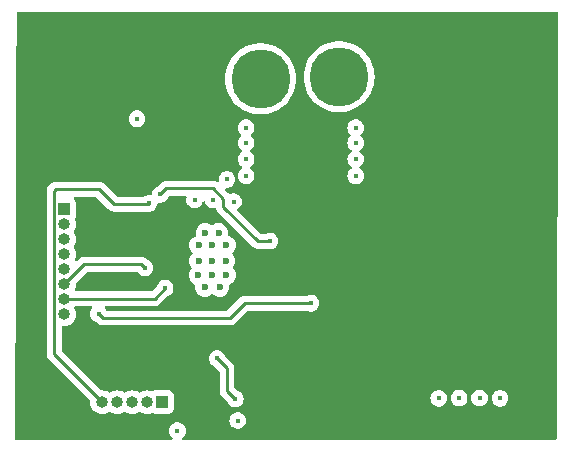
<source format=gbr>
%TF.GenerationSoftware,KiCad,Pcbnew,7.0.9-7.0.9~ubuntu22.04.1*%
%TF.CreationDate,2024-01-17T18:17:55+01:00*%
%TF.ProjectId,driver_seperate,64726976-6572-45f7-9365-706572617465,rev?*%
%TF.SameCoordinates,Original*%
%TF.FileFunction,Copper,L3,Inr*%
%TF.FilePolarity,Positive*%
%FSLAX46Y46*%
G04 Gerber Fmt 4.6, Leading zero omitted, Abs format (unit mm)*
G04 Created by KiCad (PCBNEW 7.0.9-7.0.9~ubuntu22.04.1) date 2024-01-17 18:17:55*
%MOMM*%
%LPD*%
G01*
G04 APERTURE LIST*
%TA.AperFunction,ComponentPad*%
%ADD10C,5.000000*%
%TD*%
%TA.AperFunction,ComponentPad*%
%ADD11R,1.000000X1.000000*%
%TD*%
%TA.AperFunction,ComponentPad*%
%ADD12O,1.000000X1.000000*%
%TD*%
%TA.AperFunction,ViaPad*%
%ADD13C,0.400000*%
%TD*%
%TA.AperFunction,ViaPad*%
%ADD14C,0.600000*%
%TD*%
%TA.AperFunction,Conductor*%
%ADD15C,0.250000*%
%TD*%
G04 APERTURE END LIST*
D10*
%TO.N,GND*%
%TO.C,IN-1*%
X162052000Y-84074000D03*
%TD*%
D11*
%TO.N,/U*%
%TO.C,J1*%
X138785600Y-95300800D03*
D12*
%TO.N,/V*%
X138785600Y-96570800D03*
%TO.N,/W*%
X138785600Y-97840800D03*
%TO.N,GND*%
X138785600Y-99110800D03*
%TO.N,/H2*%
X138785600Y-100380800D03*
%TO.N,/H1*%
X138785600Y-101650800D03*
%TO.N,/H3*%
X138785600Y-102920800D03*
%TO.N,/SW_BK*%
X138785600Y-104190800D03*
%TD*%
D10*
%TO.N,/VM*%
%TO.C,IN+1*%
X155397200Y-84248800D03*
%TD*%
D11*
%TO.N,/FGOUT*%
%TO.C,J2*%
X147066000Y-111633000D03*
D12*
%TO.N,/PWM*%
X145796000Y-111633000D03*
%TO.N,/BRAKE*%
X144526000Y-111633000D03*
%TO.N,/DIR*%
X143256000Y-111633000D03*
%TO.N,/nFAULT*%
X141986000Y-111633000D03*
%TD*%
D13*
%TO.N,Net-(IC1-ILIM)*%
X151714200Y-107924600D03*
X153263600Y-111353600D03*
D14*
%TO.N,GND*%
X151841200Y-97282000D03*
D13*
X144932400Y-87630000D03*
D14*
X150164800Y-99669600D03*
D13*
X163449000Y-92456000D03*
D14*
X151282400Y-100888800D03*
D13*
X175666400Y-111302800D03*
X173939200Y-111277400D03*
X148361400Y-114046000D03*
X163449000Y-89662000D03*
D14*
X150672800Y-101904800D03*
X151942800Y-101904800D03*
D13*
X163449000Y-91059000D03*
D14*
X152450800Y-99669600D03*
D13*
X163449000Y-88392000D03*
X153466800Y-113182400D03*
D14*
X150114000Y-100888800D03*
X152501600Y-100888800D03*
D13*
X170484800Y-111302800D03*
X152552400Y-92760800D03*
D14*
X150723600Y-97282000D03*
X152501600Y-98348800D03*
X151282400Y-99669600D03*
X150164800Y-98348800D03*
D13*
X172212000Y-111277400D03*
D14*
X151282400Y-98348800D03*
D13*
%TO.N,/AVDD*%
X142036800Y-92405200D03*
X155092400Y-107848400D03*
X159283400Y-109372400D03*
X147269200Y-99568000D03*
X147320000Y-97790000D03*
X141986000Y-96774000D03*
X141630400Y-99060000D03*
X147574000Y-103615500D03*
%TO.N,/SW_BK*%
X141681200Y-104140000D03*
X159664400Y-103251000D03*
%TO.N,Net-(IC1-CP)*%
X146913600Y-94030800D03*
X156184600Y-97993200D03*
%TO.N,/VM*%
X154178000Y-91059000D03*
X154178000Y-92456000D03*
X154178000Y-88392000D03*
X154178000Y-89662000D03*
%TO.N,/W*%
X149809200Y-94488000D03*
%TO.N,/V*%
X151384000Y-94488000D03*
%TO.N,/U*%
X153111200Y-94640400D03*
%TO.N,/H3*%
X147320000Y-101981000D03*
%TO.N,/H1*%
X145618200Y-100253800D03*
%TO.N,/nFAULT*%
X145948400Y-94792800D03*
%TD*%
D15*
%TO.N,Net-(IC1-ILIM)*%
X152552400Y-108762800D02*
X152552400Y-110642400D01*
X152552400Y-110642400D02*
X153263600Y-111353600D01*
X151714200Y-107924600D02*
X152552400Y-108762800D01*
%TO.N,/SW_BK*%
X141681200Y-104140000D02*
X142036800Y-104495600D01*
X152806400Y-104495600D02*
X154051000Y-103251000D01*
X142036800Y-104495600D02*
X152806400Y-104495600D01*
X154051000Y-103251000D02*
X159664400Y-103251000D01*
%TO.N,Net-(IC1-CP)*%
X155143200Y-97993200D02*
X156184600Y-97993200D01*
X146913600Y-94030800D02*
X147421600Y-93522800D01*
X152247600Y-95097600D02*
X155143200Y-97993200D01*
X147421600Y-93522800D02*
X151384000Y-93522800D01*
X151384000Y-93522800D02*
X152247600Y-94386400D01*
X152247600Y-94386400D02*
X152247600Y-95097600D01*
%TO.N,/H3*%
X138836400Y-102870000D02*
X138785600Y-102920800D01*
X146431000Y-102870000D02*
X138836400Y-102870000D01*
X147320000Y-101981000D02*
X146431000Y-102870000D01*
%TO.N,/H1*%
X145313400Y-99949000D02*
X140487400Y-99949000D01*
X140487400Y-99949000D02*
X138785600Y-101650800D01*
X145618200Y-100253800D02*
X145313400Y-99949000D01*
%TO.N,/nFAULT*%
X143002000Y-94869000D02*
X141732000Y-93599000D01*
X137922000Y-93726000D02*
X137922000Y-107569000D01*
X137922000Y-107569000D02*
X141986000Y-111633000D01*
X141732000Y-93599000D02*
X138049000Y-93599000D01*
X145872200Y-94869000D02*
X143002000Y-94869000D01*
X145948400Y-94792800D02*
X145872200Y-94869000D01*
X138049000Y-93599000D02*
X137922000Y-93726000D01*
%TD*%
%TA.AperFunction,Conductor*%
%TO.N,/AVDD*%
G36*
X180536604Y-78581885D02*
G01*
X180582359Y-78634689D01*
X180593564Y-78686634D01*
X180471310Y-113578072D01*
X180467433Y-114684434D01*
X180447514Y-114751405D01*
X180394550Y-114796974D01*
X180343434Y-114808000D01*
X148884606Y-114808000D01*
X148817567Y-114788315D01*
X148771812Y-114735511D01*
X148761868Y-114666353D01*
X148790893Y-114602797D01*
X148802373Y-114591189D01*
X148889583Y-114513929D01*
X148986218Y-114373930D01*
X149046540Y-114214872D01*
X149067045Y-114046000D01*
X149046540Y-113877128D01*
X148986218Y-113718070D01*
X148889583Y-113578071D01*
X148762252Y-113465266D01*
X148762249Y-113465263D01*
X148611626Y-113386210D01*
X148446456Y-113345500D01*
X148276344Y-113345500D01*
X148111173Y-113386210D01*
X147960550Y-113465263D01*
X147833216Y-113578072D01*
X147736582Y-113718068D01*
X147676260Y-113877125D01*
X147676259Y-113877130D01*
X147655755Y-114046000D01*
X147676259Y-114214869D01*
X147676260Y-114214874D01*
X147736582Y-114373931D01*
X147798875Y-114464177D01*
X147833217Y-114513929D01*
X147920422Y-114591185D01*
X147957548Y-114650374D01*
X147956780Y-114720239D01*
X147918363Y-114778599D01*
X147854492Y-114806924D01*
X147838194Y-114808000D01*
X134744435Y-114808000D01*
X134677396Y-114788315D01*
X134631641Y-114735511D01*
X134620436Y-114683566D01*
X134625696Y-113182400D01*
X152761155Y-113182400D01*
X152781659Y-113351269D01*
X152781660Y-113351274D01*
X152841982Y-113510331D01*
X152888741Y-113578072D01*
X152938617Y-113650329D01*
X153015079Y-113718068D01*
X153065950Y-113763136D01*
X153216573Y-113842189D01*
X153216575Y-113842190D01*
X153381744Y-113882900D01*
X153551856Y-113882900D01*
X153717025Y-113842190D01*
X153796492Y-113800481D01*
X153867649Y-113763136D01*
X153867650Y-113763134D01*
X153867652Y-113763134D01*
X153994983Y-113650329D01*
X154091618Y-113510330D01*
X154151940Y-113351272D01*
X154172445Y-113182400D01*
X154151940Y-113013528D01*
X154091618Y-112854470D01*
X153994983Y-112714471D01*
X153867652Y-112601666D01*
X153867649Y-112601663D01*
X153717026Y-112522610D01*
X153551856Y-112481900D01*
X153381744Y-112481900D01*
X153216573Y-112522610D01*
X153065950Y-112601663D01*
X152938616Y-112714472D01*
X152841982Y-112854468D01*
X152781660Y-113013525D01*
X152781659Y-113013530D01*
X152761155Y-113182400D01*
X134625696Y-113182400D01*
X134671587Y-100084930D01*
X134693937Y-93706195D01*
X137291840Y-93706195D01*
X137296225Y-93752583D01*
X137296500Y-93758421D01*
X137296500Y-107486255D01*
X137294775Y-107501872D01*
X137295061Y-107501899D01*
X137294326Y-107509665D01*
X137296500Y-107578814D01*
X137296500Y-107608343D01*
X137296501Y-107608360D01*
X137297368Y-107615231D01*
X137297826Y-107621050D01*
X137299290Y-107667624D01*
X137299291Y-107667627D01*
X137304880Y-107686867D01*
X137308824Y-107705911D01*
X137311336Y-107725791D01*
X137328490Y-107769119D01*
X137330382Y-107774647D01*
X137343381Y-107819388D01*
X137353580Y-107836634D01*
X137362138Y-107854103D01*
X137369514Y-107872732D01*
X137396898Y-107910423D01*
X137400106Y-107915307D01*
X137423827Y-107955416D01*
X137423833Y-107955424D01*
X137437990Y-107969580D01*
X137450628Y-107984376D01*
X137462405Y-108000586D01*
X137462406Y-108000587D01*
X137498309Y-108030288D01*
X137502620Y-108034210D01*
X140096068Y-110627659D01*
X140950014Y-111481605D01*
X140983499Y-111542928D01*
X140985736Y-111581437D01*
X140980659Y-111632997D01*
X140980659Y-111632999D01*
X140999975Y-111829129D01*
X140999976Y-111829132D01*
X141055870Y-112013390D01*
X141057188Y-112017733D01*
X141150086Y-112191532D01*
X141150090Y-112191539D01*
X141275116Y-112343883D01*
X141427460Y-112468909D01*
X141427467Y-112468913D01*
X141601266Y-112561811D01*
X141601269Y-112561811D01*
X141601273Y-112561814D01*
X141789868Y-112619024D01*
X141986000Y-112638341D01*
X142182132Y-112619024D01*
X142370727Y-112561814D01*
X142544538Y-112468910D01*
X142544544Y-112468904D01*
X142549607Y-112465523D01*
X142550703Y-112467164D01*
X142606639Y-112443405D01*
X142675507Y-112455194D01*
X142692148Y-112465888D01*
X142692393Y-112465523D01*
X142697458Y-112468907D01*
X142697462Y-112468910D01*
X142842501Y-112546435D01*
X142869147Y-112560678D01*
X142871273Y-112561814D01*
X143059868Y-112619024D01*
X143256000Y-112638341D01*
X143452132Y-112619024D01*
X143640727Y-112561814D01*
X143814538Y-112468910D01*
X143814544Y-112468904D01*
X143819607Y-112465523D01*
X143820703Y-112467164D01*
X143876639Y-112443405D01*
X143945507Y-112455194D01*
X143962148Y-112465888D01*
X143962393Y-112465523D01*
X143967458Y-112468907D01*
X143967462Y-112468910D01*
X144112501Y-112546435D01*
X144139147Y-112560678D01*
X144141273Y-112561814D01*
X144329868Y-112619024D01*
X144526000Y-112638341D01*
X144722132Y-112619024D01*
X144910727Y-112561814D01*
X145084538Y-112468910D01*
X145084544Y-112468904D01*
X145089607Y-112465523D01*
X145090703Y-112467164D01*
X145146639Y-112443405D01*
X145215507Y-112455194D01*
X145232148Y-112465888D01*
X145232393Y-112465523D01*
X145237458Y-112468907D01*
X145237462Y-112468910D01*
X145382501Y-112546435D01*
X145409147Y-112560678D01*
X145411273Y-112561814D01*
X145599868Y-112619024D01*
X145796000Y-112638341D01*
X145992132Y-112619024D01*
X146180727Y-112561814D01*
X146182853Y-112560677D01*
X146184095Y-112560418D01*
X146186355Y-112559483D01*
X146186532Y-112559911D01*
X146251254Y-112546435D01*
X146315615Y-112570767D01*
X146323669Y-112576796D01*
X146323672Y-112576797D01*
X146458517Y-112627091D01*
X146458516Y-112627091D01*
X146465444Y-112627835D01*
X146518127Y-112633500D01*
X147613872Y-112633499D01*
X147673483Y-112627091D01*
X147808331Y-112576796D01*
X147923546Y-112490546D01*
X148009796Y-112375331D01*
X148060091Y-112240483D01*
X148066500Y-112180873D01*
X148066499Y-111085128D01*
X148061299Y-111036757D01*
X148060091Y-111025516D01*
X148009797Y-110890671D01*
X148009793Y-110890664D01*
X147923547Y-110775455D01*
X147923544Y-110775452D01*
X147808335Y-110689206D01*
X147808328Y-110689202D01*
X147673482Y-110638908D01*
X147673483Y-110638908D01*
X147613883Y-110632501D01*
X147613881Y-110632500D01*
X147613873Y-110632500D01*
X147613864Y-110632500D01*
X146518129Y-110632500D01*
X146518123Y-110632501D01*
X146458516Y-110638908D01*
X146323671Y-110689202D01*
X146323666Y-110689205D01*
X146315614Y-110695233D01*
X146250149Y-110719648D01*
X146186530Y-110706104D01*
X146186359Y-110706518D01*
X146184123Y-110705592D01*
X146182850Y-110705321D01*
X146180729Y-110704187D01*
X146180728Y-110704186D01*
X146180727Y-110704186D01*
X145992132Y-110646976D01*
X145992129Y-110646975D01*
X145796000Y-110627659D01*
X145599870Y-110646975D01*
X145411266Y-110704188D01*
X145237467Y-110797086D01*
X145232399Y-110800473D01*
X145231305Y-110798836D01*
X145175337Y-110822596D01*
X145106471Y-110810795D01*
X145089843Y-110800109D01*
X145089601Y-110800473D01*
X145084532Y-110797086D01*
X144910733Y-110704188D01*
X144910727Y-110704186D01*
X144784997Y-110666046D01*
X144722129Y-110646975D01*
X144526000Y-110627659D01*
X144329870Y-110646975D01*
X144141266Y-110704188D01*
X143967467Y-110797086D01*
X143962399Y-110800473D01*
X143961305Y-110798836D01*
X143905337Y-110822596D01*
X143836471Y-110810795D01*
X143819843Y-110800109D01*
X143819601Y-110800473D01*
X143814532Y-110797086D01*
X143640733Y-110704188D01*
X143640727Y-110704186D01*
X143514997Y-110666046D01*
X143452129Y-110646975D01*
X143256000Y-110627659D01*
X143059870Y-110646975D01*
X142871266Y-110704188D01*
X142697467Y-110797086D01*
X142692399Y-110800473D01*
X142691305Y-110798836D01*
X142635337Y-110822596D01*
X142566471Y-110810795D01*
X142549843Y-110800109D01*
X142549601Y-110800473D01*
X142544532Y-110797086D01*
X142370733Y-110704188D01*
X142370727Y-110704186D01*
X142244997Y-110666046D01*
X142182129Y-110646975D01*
X141986000Y-110627659D01*
X141934439Y-110632737D01*
X141865793Y-110619718D01*
X141834605Y-110597015D01*
X139162191Y-107924600D01*
X151008555Y-107924600D01*
X151029059Y-108093469D01*
X151029060Y-108093474D01*
X151089382Y-108252531D01*
X151123190Y-108301509D01*
X151186017Y-108392529D01*
X151313348Y-108505334D01*
X151463975Y-108584390D01*
X151464145Y-108584432D01*
X151464268Y-108584501D01*
X151470991Y-108587051D01*
X151470603Y-108588073D01*
X151522159Y-108617149D01*
X151890581Y-108985571D01*
X151924066Y-109046894D01*
X151926900Y-109073252D01*
X151926900Y-110559655D01*
X151925175Y-110575272D01*
X151925461Y-110575299D01*
X151924726Y-110583065D01*
X151926900Y-110652214D01*
X151926900Y-110681743D01*
X151926901Y-110681760D01*
X151927768Y-110688631D01*
X151928226Y-110694450D01*
X151929690Y-110741024D01*
X151929691Y-110741027D01*
X151935280Y-110760267D01*
X151939224Y-110779311D01*
X151941736Y-110799192D01*
X151945806Y-110809471D01*
X151958890Y-110842519D01*
X151960782Y-110848047D01*
X151973781Y-110892788D01*
X151983980Y-110910034D01*
X151992538Y-110927503D01*
X151999914Y-110946132D01*
X152027298Y-110983823D01*
X152030506Y-110988707D01*
X152054227Y-111028816D01*
X152054233Y-111028824D01*
X152068390Y-111042980D01*
X152081028Y-111057776D01*
X152092805Y-111073986D01*
X152092806Y-111073987D01*
X152128709Y-111103688D01*
X152133020Y-111107610D01*
X152379010Y-111353600D01*
X152578318Y-111552908D01*
X152606579Y-111596618D01*
X152638782Y-111681530D01*
X152638782Y-111681531D01*
X152700351Y-111770727D01*
X152735417Y-111821529D01*
X152805409Y-111883536D01*
X152862750Y-111934336D01*
X152994150Y-112003300D01*
X153013375Y-112013390D01*
X153178544Y-112054100D01*
X153348656Y-112054100D01*
X153513825Y-112013390D01*
X153610617Y-111962589D01*
X153664449Y-111934336D01*
X153664450Y-111934334D01*
X153664452Y-111934334D01*
X153791783Y-111821529D01*
X153888418Y-111681530D01*
X153948740Y-111522472D01*
X153969245Y-111353600D01*
X153963077Y-111302800D01*
X169779155Y-111302800D01*
X169799659Y-111471669D01*
X169799660Y-111471674D01*
X169859982Y-111630731D01*
X169922275Y-111720977D01*
X169956617Y-111770729D01*
X170062305Y-111864360D01*
X170083950Y-111883536D01*
X170234573Y-111962589D01*
X170234575Y-111962590D01*
X170399744Y-112003300D01*
X170569856Y-112003300D01*
X170735025Y-111962590D01*
X170814492Y-111920881D01*
X170885649Y-111883536D01*
X170885650Y-111883534D01*
X170885652Y-111883534D01*
X171012983Y-111770729D01*
X171109618Y-111630730D01*
X171169940Y-111471672D01*
X171190445Y-111302800D01*
X171187361Y-111277400D01*
X171506355Y-111277400D01*
X171526859Y-111446269D01*
X171526860Y-111446274D01*
X171587182Y-111605331D01*
X171606281Y-111633000D01*
X171683817Y-111745329D01*
X171789505Y-111838960D01*
X171811150Y-111858136D01*
X171956333Y-111934334D01*
X171961775Y-111937190D01*
X172126944Y-111977900D01*
X172297056Y-111977900D01*
X172462225Y-111937190D01*
X172564457Y-111883534D01*
X172612849Y-111858136D01*
X172612850Y-111858134D01*
X172612852Y-111858134D01*
X172740183Y-111745329D01*
X172836818Y-111605330D01*
X172897140Y-111446272D01*
X172917645Y-111277400D01*
X173233555Y-111277400D01*
X173254059Y-111446269D01*
X173254060Y-111446274D01*
X173314382Y-111605331D01*
X173333481Y-111633000D01*
X173411017Y-111745329D01*
X173516705Y-111838960D01*
X173538350Y-111858136D01*
X173683533Y-111934334D01*
X173688975Y-111937190D01*
X173854144Y-111977900D01*
X174024256Y-111977900D01*
X174189425Y-111937190D01*
X174291657Y-111883534D01*
X174340049Y-111858136D01*
X174340050Y-111858134D01*
X174340052Y-111858134D01*
X174467383Y-111745329D01*
X174564018Y-111605330D01*
X174624340Y-111446272D01*
X174641761Y-111302800D01*
X174960755Y-111302800D01*
X174981259Y-111471669D01*
X174981260Y-111471674D01*
X175041582Y-111630731D01*
X175103875Y-111720977D01*
X175138217Y-111770729D01*
X175243905Y-111864360D01*
X175265550Y-111883536D01*
X175416173Y-111962589D01*
X175416175Y-111962590D01*
X175581344Y-112003300D01*
X175751456Y-112003300D01*
X175916625Y-111962590D01*
X175996092Y-111920881D01*
X176067249Y-111883536D01*
X176067250Y-111883534D01*
X176067252Y-111883534D01*
X176194583Y-111770729D01*
X176291218Y-111630730D01*
X176351540Y-111471672D01*
X176372045Y-111302800D01*
X176351540Y-111133928D01*
X176291218Y-110974870D01*
X176271381Y-110946132D01*
X176233094Y-110890664D01*
X176194583Y-110834871D01*
X176067252Y-110722066D01*
X176067249Y-110722063D01*
X175916626Y-110643010D01*
X175751456Y-110602300D01*
X175581344Y-110602300D01*
X175416173Y-110643010D01*
X175265550Y-110722063D01*
X175138216Y-110834872D01*
X175041582Y-110974868D01*
X174981260Y-111133925D01*
X174981259Y-111133930D01*
X174960755Y-111302800D01*
X174641761Y-111302800D01*
X174644845Y-111277400D01*
X174624340Y-111108528D01*
X174622504Y-111103688D01*
X174564017Y-110949468D01*
X174494010Y-110848047D01*
X174467383Y-110809471D01*
X174351173Y-110706518D01*
X174340049Y-110696663D01*
X174189426Y-110617610D01*
X174024256Y-110576900D01*
X173854144Y-110576900D01*
X173688973Y-110617610D01*
X173538350Y-110696663D01*
X173411016Y-110809472D01*
X173314382Y-110949468D01*
X173254060Y-111108525D01*
X173254059Y-111108530D01*
X173233555Y-111277400D01*
X172917645Y-111277400D01*
X172897140Y-111108528D01*
X172895304Y-111103688D01*
X172836817Y-110949468D01*
X172766810Y-110848047D01*
X172740183Y-110809471D01*
X172623973Y-110706518D01*
X172612849Y-110696663D01*
X172462226Y-110617610D01*
X172297056Y-110576900D01*
X172126944Y-110576900D01*
X171961773Y-110617610D01*
X171811150Y-110696663D01*
X171683816Y-110809472D01*
X171587182Y-110949468D01*
X171526860Y-111108525D01*
X171526859Y-111108530D01*
X171506355Y-111277400D01*
X171187361Y-111277400D01*
X171169940Y-111133928D01*
X171109618Y-110974870D01*
X171089781Y-110946132D01*
X171051494Y-110890664D01*
X171012983Y-110834871D01*
X170885652Y-110722066D01*
X170885649Y-110722063D01*
X170735026Y-110643010D01*
X170569856Y-110602300D01*
X170399744Y-110602300D01*
X170234573Y-110643010D01*
X170083950Y-110722063D01*
X169956616Y-110834872D01*
X169859982Y-110974868D01*
X169799660Y-111133925D01*
X169799659Y-111133930D01*
X169779155Y-111302800D01*
X153963077Y-111302800D01*
X153948740Y-111184728D01*
X153888418Y-111025670D01*
X153888312Y-111025517D01*
X153853352Y-110974868D01*
X153791783Y-110885671D01*
X153671735Y-110779318D01*
X153664449Y-110772863D01*
X153513828Y-110693811D01*
X153513824Y-110693809D01*
X153513635Y-110693763D01*
X153513499Y-110693686D01*
X153506816Y-110691152D01*
X153507201Y-110690134D01*
X153455641Y-110661050D01*
X153214219Y-110419628D01*
X153180734Y-110358305D01*
X153177900Y-110331947D01*
X153177900Y-108845542D01*
X153179624Y-108829922D01*
X153179339Y-108829896D01*
X153180071Y-108822140D01*
X153180073Y-108822133D01*
X153177900Y-108752985D01*
X153177900Y-108723450D01*
X153177031Y-108716572D01*
X153176572Y-108710743D01*
X153175109Y-108664172D01*
X153169522Y-108644944D01*
X153165574Y-108625884D01*
X153163063Y-108606004D01*
X153145912Y-108562687D01*
X153144019Y-108557158D01*
X153131018Y-108512409D01*
X153131016Y-108512406D01*
X153120823Y-108495171D01*
X153112261Y-108477694D01*
X153104887Y-108459070D01*
X153104886Y-108459068D01*
X153077479Y-108421345D01*
X153074288Y-108416486D01*
X153050572Y-108376383D01*
X153050565Y-108376374D01*
X153036406Y-108362215D01*
X153023768Y-108347419D01*
X153011994Y-108331213D01*
X152976088Y-108301509D01*
X152971776Y-108297586D01*
X152399480Y-107725289D01*
X152371219Y-107681579D01*
X152347156Y-107618130D01*
X152339018Y-107596670D01*
X152242383Y-107456671D01*
X152147516Y-107372626D01*
X152115049Y-107343863D01*
X151964426Y-107264810D01*
X151799256Y-107224100D01*
X151629144Y-107224100D01*
X151463973Y-107264810D01*
X151313350Y-107343863D01*
X151186016Y-107456672D01*
X151089382Y-107596668D01*
X151029060Y-107755725D01*
X151029059Y-107755730D01*
X151008555Y-107924600D01*
X139162191Y-107924600D01*
X138583819Y-107346228D01*
X138550334Y-107284905D01*
X138547500Y-107258547D01*
X138547500Y-105309503D01*
X138567185Y-105242464D01*
X138619989Y-105196709D01*
X138683652Y-105186100D01*
X138785600Y-105196141D01*
X138981732Y-105176824D01*
X139170327Y-105119614D01*
X139172769Y-105118309D01*
X139283080Y-105059346D01*
X139344138Y-105026710D01*
X139496483Y-104901683D01*
X139621510Y-104749338D01*
X139714414Y-104575527D01*
X139771624Y-104386932D01*
X139790941Y-104190800D01*
X139771624Y-103994668D01*
X139714414Y-103806073D01*
X139645931Y-103677951D01*
X139631690Y-103609551D01*
X139656690Y-103544307D01*
X139712994Y-103502936D01*
X139755290Y-103495500D01*
X141038633Y-103495500D01*
X141105672Y-103515185D01*
X141151427Y-103567989D01*
X141161371Y-103637147D01*
X141140683Y-103689940D01*
X141056382Y-103812068D01*
X140996060Y-103971125D01*
X140996059Y-103971130D01*
X140975555Y-104140000D01*
X140996059Y-104308869D01*
X140996060Y-104308874D01*
X141056382Y-104467931D01*
X141118675Y-104558177D01*
X141153017Y-104607929D01*
X141280348Y-104720734D01*
X141430975Y-104799790D01*
X141431146Y-104799832D01*
X141431269Y-104799901D01*
X141437993Y-104802452D01*
X141437605Y-104803474D01*
X141489156Y-104832548D01*
X141535995Y-104879386D01*
X141545820Y-104891649D01*
X141546042Y-104891467D01*
X141551015Y-104897479D01*
X141601435Y-104944825D01*
X141622330Y-104965721D01*
X141627807Y-104969970D01*
X141632248Y-104973763D01*
X141666211Y-105005656D01*
X141666213Y-105005657D01*
X141666218Y-105005662D01*
X141683776Y-105015314D01*
X141700035Y-105025995D01*
X141715864Y-105038273D01*
X141758638Y-105056782D01*
X141763856Y-105059338D01*
X141804708Y-105081797D01*
X141824116Y-105086780D01*
X141842517Y-105093080D01*
X141860904Y-105101037D01*
X141904288Y-105107908D01*
X141906919Y-105108325D01*
X141912639Y-105109509D01*
X141957781Y-105121100D01*
X141977816Y-105121100D01*
X141997214Y-105122626D01*
X142016994Y-105125759D01*
X142016995Y-105125760D01*
X142016995Y-105125759D01*
X142016996Y-105125760D01*
X142063384Y-105121375D01*
X142069222Y-105121100D01*
X152723657Y-105121100D01*
X152739277Y-105122824D01*
X152739304Y-105122539D01*
X152747060Y-105123271D01*
X152747067Y-105123273D01*
X152816214Y-105121100D01*
X152845750Y-105121100D01*
X152852628Y-105120230D01*
X152858441Y-105119772D01*
X152905027Y-105118309D01*
X152924269Y-105112717D01*
X152943312Y-105108774D01*
X152963192Y-105106264D01*
X153006522Y-105089107D01*
X153012046Y-105087217D01*
X153015796Y-105086127D01*
X153056790Y-105074218D01*
X153074029Y-105064022D01*
X153091503Y-105055462D01*
X153110127Y-105048088D01*
X153110127Y-105048087D01*
X153110132Y-105048086D01*
X153147849Y-105020682D01*
X153152705Y-105017492D01*
X153192820Y-104993770D01*
X153206989Y-104979599D01*
X153221779Y-104966968D01*
X153237987Y-104955194D01*
X153267699Y-104919276D01*
X153271612Y-104914976D01*
X154273772Y-103912819D01*
X154335095Y-103879334D01*
X154361453Y-103876500D01*
X159318279Y-103876500D01*
X159375904Y-103890703D01*
X159414175Y-103910790D01*
X159579344Y-103951500D01*
X159749456Y-103951500D01*
X159914625Y-103910790D01*
X160029659Y-103850415D01*
X160065249Y-103831736D01*
X160065250Y-103831734D01*
X160065252Y-103831734D01*
X160192583Y-103718929D01*
X160289218Y-103578930D01*
X160349540Y-103419872D01*
X160370045Y-103251000D01*
X160349540Y-103082128D01*
X160289218Y-102923070D01*
X160192583Y-102783071D01*
X160068958Y-102673549D01*
X160065249Y-102670263D01*
X159914626Y-102591210D01*
X159749456Y-102550500D01*
X159579344Y-102550500D01*
X159414175Y-102591209D01*
X159389162Y-102604337D01*
X159375904Y-102611296D01*
X159318279Y-102625500D01*
X154133737Y-102625500D01*
X154118120Y-102623776D01*
X154118093Y-102624062D01*
X154110331Y-102623327D01*
X154041203Y-102625500D01*
X154011650Y-102625500D01*
X154010929Y-102625590D01*
X154004757Y-102626369D01*
X153998945Y-102626826D01*
X153952373Y-102628290D01*
X153952372Y-102628290D01*
X153933129Y-102633881D01*
X153914079Y-102637825D01*
X153894211Y-102640334D01*
X153894209Y-102640335D01*
X153850884Y-102657488D01*
X153845357Y-102659380D01*
X153800610Y-102672381D01*
X153800609Y-102672382D01*
X153783367Y-102682579D01*
X153765899Y-102691137D01*
X153747269Y-102698513D01*
X153747267Y-102698514D01*
X153709576Y-102725898D01*
X153704694Y-102729105D01*
X153664579Y-102752830D01*
X153650408Y-102767000D01*
X153635623Y-102779628D01*
X153619412Y-102791407D01*
X153589709Y-102827310D01*
X153585776Y-102831631D01*
X153070304Y-103347105D01*
X152583628Y-103833781D01*
X152522305Y-103867266D01*
X152495947Y-103870100D01*
X142411153Y-103870100D01*
X142344114Y-103850415D01*
X142309103Y-103816540D01*
X142306016Y-103812068D01*
X142221716Y-103689939D01*
X142199834Y-103623586D01*
X142217299Y-103555934D01*
X142268567Y-103508464D01*
X142323767Y-103495500D01*
X146348257Y-103495500D01*
X146363877Y-103497224D01*
X146363904Y-103496939D01*
X146371660Y-103497671D01*
X146371667Y-103497673D01*
X146440814Y-103495500D01*
X146470350Y-103495500D01*
X146477228Y-103494630D01*
X146483041Y-103494172D01*
X146529627Y-103492709D01*
X146548869Y-103487117D01*
X146567912Y-103483174D01*
X146587792Y-103480664D01*
X146631122Y-103463507D01*
X146636646Y-103461617D01*
X146640396Y-103460527D01*
X146681390Y-103448618D01*
X146698629Y-103438422D01*
X146716103Y-103429862D01*
X146734727Y-103422488D01*
X146734727Y-103422487D01*
X146734732Y-103422486D01*
X146772449Y-103395082D01*
X146777305Y-103391892D01*
X146817420Y-103368170D01*
X146831589Y-103353999D01*
X146846379Y-103341368D01*
X146862587Y-103329594D01*
X146892299Y-103293676D01*
X146896212Y-103289376D01*
X147512042Y-102673547D01*
X147563597Y-102644474D01*
X147563209Y-102643451D01*
X147569940Y-102640897D01*
X147570059Y-102640830D01*
X147570225Y-102640790D01*
X147720852Y-102561734D01*
X147848183Y-102448929D01*
X147944818Y-102308930D01*
X148005140Y-102149872D01*
X148025645Y-101981000D01*
X148005140Y-101812128D01*
X147944818Y-101653070D01*
X147848183Y-101513071D01*
X147720852Y-101400266D01*
X147720849Y-101400263D01*
X147570226Y-101321210D01*
X147405056Y-101280500D01*
X147234944Y-101280500D01*
X147069773Y-101321210D01*
X146919150Y-101400263D01*
X146791816Y-101513072D01*
X146695183Y-101653067D01*
X146662979Y-101737981D01*
X146634718Y-101781690D01*
X146208228Y-102208181D01*
X146146905Y-102241666D01*
X146120547Y-102244500D01*
X139809597Y-102244500D01*
X139742558Y-102224815D01*
X139696803Y-102172011D01*
X139686859Y-102102853D01*
X139700239Y-102062046D01*
X139714412Y-102035530D01*
X139714414Y-102035527D01*
X139771624Y-101846932D01*
X139790941Y-101650800D01*
X139785862Y-101599237D01*
X139798880Y-101530594D01*
X139821581Y-101499407D01*
X140710171Y-100610819D01*
X140771494Y-100577334D01*
X140797852Y-100574500D01*
X144923311Y-100574500D01*
X144990350Y-100594185D01*
X145025360Y-100628058D01*
X145090017Y-100721729D01*
X145191272Y-100811433D01*
X145217350Y-100834536D01*
X145367973Y-100913589D01*
X145367975Y-100913590D01*
X145533144Y-100954300D01*
X145703256Y-100954300D01*
X145868425Y-100913590D01*
X145915651Y-100888803D01*
X149308435Y-100888803D01*
X149328630Y-101068049D01*
X149328631Y-101068054D01*
X149388211Y-101238323D01*
X149414713Y-101280500D01*
X149484184Y-101391062D01*
X149611738Y-101518616D01*
X149630801Y-101530594D01*
X149764477Y-101614589D01*
X149801456Y-101627528D01*
X149858233Y-101668249D01*
X149883981Y-101733202D01*
X149883723Y-101758453D01*
X149867235Y-101904795D01*
X149867235Y-101904803D01*
X149887430Y-102084049D01*
X149887431Y-102084054D01*
X149947011Y-102254323D01*
X149981324Y-102308931D01*
X150042984Y-102407062D01*
X150170538Y-102534616D01*
X150213696Y-102561734D01*
X150319620Y-102628291D01*
X150323278Y-102630589D01*
X150442713Y-102672381D01*
X150493545Y-102690168D01*
X150493550Y-102690169D01*
X150672796Y-102710365D01*
X150672800Y-102710365D01*
X150672804Y-102710365D01*
X150852049Y-102690169D01*
X150852052Y-102690168D01*
X150852055Y-102690168D01*
X151022322Y-102630589D01*
X151175062Y-102534616D01*
X151220119Y-102489559D01*
X151281442Y-102456074D01*
X151351134Y-102461058D01*
X151395481Y-102489559D01*
X151440538Y-102534616D01*
X151483696Y-102561734D01*
X151589620Y-102628291D01*
X151593278Y-102630589D01*
X151712713Y-102672381D01*
X151763545Y-102690168D01*
X151763550Y-102690169D01*
X151942796Y-102710365D01*
X151942800Y-102710365D01*
X151942804Y-102710365D01*
X152122049Y-102690169D01*
X152122052Y-102690168D01*
X152122055Y-102690168D01*
X152292322Y-102630589D01*
X152445062Y-102534616D01*
X152572616Y-102407062D01*
X152668589Y-102254322D01*
X152728168Y-102084055D01*
X152730648Y-102062046D01*
X152748365Y-101904803D01*
X152748365Y-101904797D01*
X152731876Y-101758454D01*
X152743930Y-101689632D01*
X152791279Y-101638252D01*
X152814140Y-101627529D01*
X152851122Y-101614589D01*
X153003862Y-101518616D01*
X153131416Y-101391062D01*
X153227389Y-101238322D01*
X153286968Y-101068055D01*
X153307165Y-100888800D01*
X153286968Y-100709545D01*
X153227389Y-100539278D01*
X153131416Y-100386538D01*
X153086267Y-100341389D01*
X153052782Y-100280066D01*
X153057766Y-100210374D01*
X153077000Y-100176396D01*
X153080607Y-100171870D01*
X153080616Y-100171862D01*
X153176589Y-100019122D01*
X153236168Y-99848855D01*
X153236169Y-99848849D01*
X153256365Y-99669603D01*
X153256365Y-99669596D01*
X153236169Y-99490350D01*
X153236168Y-99490345D01*
X153213520Y-99425622D01*
X153176589Y-99320078D01*
X153080616Y-99167338D01*
X153035559Y-99122281D01*
X153002074Y-99060958D01*
X153007058Y-98991266D01*
X153035559Y-98946919D01*
X153067810Y-98914668D01*
X153131416Y-98851062D01*
X153227389Y-98698322D01*
X153286968Y-98528055D01*
X153286969Y-98528049D01*
X153307165Y-98348803D01*
X153307165Y-98348796D01*
X153286969Y-98169550D01*
X153286968Y-98169545D01*
X153284352Y-98162069D01*
X153227389Y-97999278D01*
X153131416Y-97846538D01*
X153003862Y-97718984D01*
X152918374Y-97665268D01*
X152851121Y-97623010D01*
X152780940Y-97598453D01*
X152710887Y-97573940D01*
X152654113Y-97533220D01*
X152628365Y-97468268D01*
X152628623Y-97443016D01*
X152646765Y-97282002D01*
X152646765Y-97281996D01*
X152626569Y-97102750D01*
X152626568Y-97102745D01*
X152566988Y-96932476D01*
X152471015Y-96779737D01*
X152343462Y-96652184D01*
X152190723Y-96556211D01*
X152020454Y-96496631D01*
X152020449Y-96496630D01*
X151841204Y-96476435D01*
X151841196Y-96476435D01*
X151661950Y-96496630D01*
X151661945Y-96496631D01*
X151491676Y-96556211D01*
X151348372Y-96646256D01*
X151281135Y-96665256D01*
X151216428Y-96646256D01*
X151073123Y-96556211D01*
X150902854Y-96496631D01*
X150902849Y-96496630D01*
X150723604Y-96476435D01*
X150723596Y-96476435D01*
X150544350Y-96496630D01*
X150544345Y-96496631D01*
X150374076Y-96556211D01*
X150221337Y-96652184D01*
X150093784Y-96779737D01*
X149997811Y-96932476D01*
X149938231Y-97102745D01*
X149938230Y-97102750D01*
X149918035Y-97281996D01*
X149918035Y-97282003D01*
X149938232Y-97461262D01*
X149938671Y-97463186D01*
X149938592Y-97464462D01*
X149939011Y-97468175D01*
X149938360Y-97468248D01*
X149934390Y-97532924D01*
X149893084Y-97589277D01*
X149858733Y-97607805D01*
X149815276Y-97623011D01*
X149815275Y-97623012D01*
X149662537Y-97718984D01*
X149534984Y-97846537D01*
X149439011Y-97999276D01*
X149379431Y-98169545D01*
X149379430Y-98169550D01*
X149359235Y-98348796D01*
X149359235Y-98348803D01*
X149379430Y-98528049D01*
X149379431Y-98528054D01*
X149439011Y-98698323D01*
X149534984Y-98851062D01*
X149605441Y-98921519D01*
X149638926Y-98982842D01*
X149633942Y-99052534D01*
X149605441Y-99096881D01*
X149534984Y-99167337D01*
X149439011Y-99320076D01*
X149379431Y-99490345D01*
X149379430Y-99490350D01*
X149359235Y-99669596D01*
X149359235Y-99669603D01*
X149379430Y-99848849D01*
X149379431Y-99848854D01*
X149439011Y-100019123D01*
X149480361Y-100084930D01*
X149534983Y-100171861D01*
X149534985Y-100171863D01*
X149538596Y-100176391D01*
X149565007Y-100241076D01*
X149552254Y-100309772D01*
X149529334Y-100341387D01*
X149484184Y-100386537D01*
X149388211Y-100539276D01*
X149328631Y-100709545D01*
X149328630Y-100709550D01*
X149308435Y-100888796D01*
X149308435Y-100888803D01*
X145915651Y-100888803D01*
X145947892Y-100871881D01*
X146019049Y-100834536D01*
X146019050Y-100834534D01*
X146019052Y-100834534D01*
X146146383Y-100721729D01*
X146243018Y-100581730D01*
X146303340Y-100422672D01*
X146323845Y-100253800D01*
X146303340Y-100084928D01*
X146243018Y-99925870D01*
X146220099Y-99892667D01*
X146171502Y-99822262D01*
X146146383Y-99785871D01*
X146019052Y-99673066D01*
X146019049Y-99673063D01*
X145868428Y-99594011D01*
X145861416Y-99591352D01*
X145862014Y-99589773D01*
X145809547Y-99559215D01*
X145804070Y-99553026D01*
X145799187Y-99547124D01*
X145780559Y-99529631D01*
X145748764Y-99499773D01*
X145738319Y-99489328D01*
X145727875Y-99478883D01*
X145722386Y-99474625D01*
X145717961Y-99470847D01*
X145683982Y-99438938D01*
X145683980Y-99438936D01*
X145683977Y-99438935D01*
X145666429Y-99429288D01*
X145650163Y-99418604D01*
X145634333Y-99406325D01*
X145591568Y-99387818D01*
X145586322Y-99385248D01*
X145545493Y-99362803D01*
X145545492Y-99362802D01*
X145526093Y-99357822D01*
X145507681Y-99351518D01*
X145489298Y-99343562D01*
X145489292Y-99343560D01*
X145443274Y-99336272D01*
X145437552Y-99335087D01*
X145392421Y-99323500D01*
X145392419Y-99323500D01*
X145372384Y-99323500D01*
X145352986Y-99321973D01*
X145341008Y-99320076D01*
X145333205Y-99318840D01*
X145333204Y-99318840D01*
X145286816Y-99323225D01*
X145280978Y-99323500D01*
X140570143Y-99323500D01*
X140554522Y-99321775D01*
X140554495Y-99322061D01*
X140546733Y-99321326D01*
X140477572Y-99323500D01*
X140448049Y-99323500D01*
X140441178Y-99324367D01*
X140435359Y-99324825D01*
X140388774Y-99326289D01*
X140388768Y-99326290D01*
X140369526Y-99331880D01*
X140350487Y-99335823D01*
X140330617Y-99338334D01*
X140330603Y-99338337D01*
X140287283Y-99355488D01*
X140281758Y-99357380D01*
X140237013Y-99370380D01*
X140237010Y-99370381D01*
X140219766Y-99380579D01*
X140202305Y-99389133D01*
X140183674Y-99396510D01*
X140183662Y-99396517D01*
X140145970Y-99423902D01*
X140141087Y-99427109D01*
X140100980Y-99450829D01*
X140086814Y-99464995D01*
X140072024Y-99477627D01*
X140055814Y-99489404D01*
X140055811Y-99489407D01*
X140026110Y-99525309D01*
X140022177Y-99529631D01*
X139912952Y-99638856D01*
X139851629Y-99672341D01*
X139781937Y-99667357D01*
X139726004Y-99625485D01*
X139701587Y-99560021D01*
X139713959Y-99501936D01*
X139712082Y-99501159D01*
X139714409Y-99495539D01*
X139714410Y-99495532D01*
X139714414Y-99495527D01*
X139771624Y-99306932D01*
X139790941Y-99110800D01*
X139771624Y-98914668D01*
X139714414Y-98726073D01*
X139621510Y-98552262D01*
X139621507Y-98552258D01*
X139618123Y-98547193D01*
X139619764Y-98546096D01*
X139596005Y-98490161D01*
X139607794Y-98421293D01*
X139618488Y-98404651D01*
X139618123Y-98404407D01*
X139621504Y-98399344D01*
X139621510Y-98399338D01*
X139714414Y-98225527D01*
X139771624Y-98036932D01*
X139790941Y-97840800D01*
X139771624Y-97644668D01*
X139714414Y-97456073D01*
X139621510Y-97282262D01*
X139621507Y-97282258D01*
X139618123Y-97277193D01*
X139619764Y-97276096D01*
X139596005Y-97220161D01*
X139607794Y-97151293D01*
X139618488Y-97134651D01*
X139618123Y-97134407D01*
X139621504Y-97129344D01*
X139621510Y-97129338D01*
X139714414Y-96955527D01*
X139771624Y-96766932D01*
X139790941Y-96570800D01*
X139771624Y-96374668D01*
X139714414Y-96186073D01*
X139713277Y-96183946D01*
X139713018Y-96182704D01*
X139712083Y-96180445D01*
X139712511Y-96180267D01*
X139699035Y-96115546D01*
X139723371Y-96051179D01*
X139729396Y-96043131D01*
X139779691Y-95908283D01*
X139786100Y-95848673D01*
X139786099Y-94752928D01*
X139779691Y-94693317D01*
X139779553Y-94692948D01*
X139729397Y-94558471D01*
X139729393Y-94558464D01*
X139643147Y-94443255D01*
X139636875Y-94436983D01*
X139639289Y-94434568D01*
X139607297Y-94391816D01*
X139602323Y-94322123D01*
X139635817Y-94260805D01*
X139697146Y-94227330D01*
X139723485Y-94224500D01*
X141421548Y-94224500D01*
X141488587Y-94244185D01*
X141509228Y-94260818D01*
X142014505Y-94766096D01*
X142501197Y-95252788D01*
X142511022Y-95265051D01*
X142511243Y-95264869D01*
X142516214Y-95270878D01*
X142542217Y-95295295D01*
X142566635Y-95318226D01*
X142587529Y-95339120D01*
X142593011Y-95343373D01*
X142597443Y-95347157D01*
X142631418Y-95379062D01*
X142648976Y-95388714D01*
X142665235Y-95399395D01*
X142681064Y-95411673D01*
X142723838Y-95430182D01*
X142729056Y-95432738D01*
X142769908Y-95455197D01*
X142789316Y-95460180D01*
X142807717Y-95466480D01*
X142826104Y-95474437D01*
X142869488Y-95481308D01*
X142872119Y-95481725D01*
X142877839Y-95482909D01*
X142922981Y-95494500D01*
X142943016Y-95494500D01*
X142962414Y-95496026D01*
X142982194Y-95499159D01*
X142982195Y-95499160D01*
X142982195Y-95499159D01*
X142982196Y-95499160D01*
X143028584Y-95494775D01*
X143034422Y-95494500D01*
X145789457Y-95494500D01*
X145805077Y-95496224D01*
X145805104Y-95495939D01*
X145812860Y-95496671D01*
X145812867Y-95496673D01*
X145882014Y-95494500D01*
X145911550Y-95494500D01*
X145911553Y-95494499D01*
X145911560Y-95494499D01*
X145917171Y-95493790D01*
X145924953Y-95493300D01*
X146033456Y-95493300D01*
X146198625Y-95452590D01*
X146299977Y-95399396D01*
X146349249Y-95373536D01*
X146349250Y-95373534D01*
X146349252Y-95373534D01*
X146476583Y-95260729D01*
X146573218Y-95120730D01*
X146633540Y-94961672D01*
X146649495Y-94830271D01*
X146677115Y-94766096D01*
X146735049Y-94727039D01*
X146802264Y-94724823D01*
X146811256Y-94727039D01*
X146828542Y-94731299D01*
X146828543Y-94731300D01*
X146828544Y-94731300D01*
X146998656Y-94731300D01*
X147163825Y-94690590D01*
X147259453Y-94640400D01*
X147314449Y-94611536D01*
X147314450Y-94611534D01*
X147314452Y-94611534D01*
X147441783Y-94498729D01*
X147538418Y-94358730D01*
X147570619Y-94273820D01*
X147598881Y-94230109D01*
X147644375Y-94184617D01*
X147705699Y-94151133D01*
X147732054Y-94148300D01*
X149009202Y-94148300D01*
X149076241Y-94167985D01*
X149121996Y-94220789D01*
X149131940Y-94289947D01*
X149125142Y-94316275D01*
X149124061Y-94319124D01*
X149124059Y-94319130D01*
X149103555Y-94488000D01*
X149124059Y-94656869D01*
X149124060Y-94656874D01*
X149184382Y-94815931D01*
X149246675Y-94906177D01*
X149281017Y-94955929D01*
X149386705Y-95049560D01*
X149408350Y-95068736D01*
X149558973Y-95147789D01*
X149558975Y-95147790D01*
X149724144Y-95188500D01*
X149894256Y-95188500D01*
X150059425Y-95147790D01*
X150138892Y-95106081D01*
X150210049Y-95068736D01*
X150210050Y-95068734D01*
X150210052Y-95068734D01*
X150337383Y-94955929D01*
X150434018Y-94815930D01*
X150480658Y-94692947D01*
X150522835Y-94637246D01*
X150588433Y-94613188D01*
X150656623Y-94628415D01*
X150705757Y-94678090D01*
X150712539Y-94692943D01*
X150734803Y-94751648D01*
X150759182Y-94815931D01*
X150821475Y-94906177D01*
X150855817Y-94955929D01*
X150961505Y-95049560D01*
X150983150Y-95068736D01*
X151133773Y-95147789D01*
X151133775Y-95147790D01*
X151298944Y-95188500D01*
X151469054Y-95188500D01*
X151469056Y-95188500D01*
X151493126Y-95182567D01*
X151562927Y-95185636D01*
X151619990Y-95225955D01*
X151638093Y-95257317D01*
X151654089Y-95297718D01*
X151655982Y-95303246D01*
X151668981Y-95347988D01*
X151679180Y-95365234D01*
X151687736Y-95382700D01*
X151695114Y-95401332D01*
X151717937Y-95432746D01*
X151722498Y-95439023D01*
X151725706Y-95443907D01*
X151749427Y-95484016D01*
X151749433Y-95484024D01*
X151763590Y-95498180D01*
X151776228Y-95512976D01*
X151788005Y-95529186D01*
X151788006Y-95529187D01*
X151823909Y-95558888D01*
X151828220Y-95562810D01*
X153368155Y-97102745D01*
X154642394Y-98376984D01*
X154652219Y-98389248D01*
X154652440Y-98389066D01*
X154657410Y-98395073D01*
X154657413Y-98395076D01*
X154657414Y-98395077D01*
X154707851Y-98442441D01*
X154726537Y-98461127D01*
X154728729Y-98463319D01*
X154734204Y-98467566D01*
X154738646Y-98471360D01*
X154772615Y-98503260D01*
X154772617Y-98503261D01*
X154772618Y-98503262D01*
X154790176Y-98512914D01*
X154806437Y-98523596D01*
X154822264Y-98535873D01*
X154865023Y-98554376D01*
X154870273Y-98556948D01*
X154911104Y-98579395D01*
X154911108Y-98579397D01*
X154911112Y-98579398D01*
X154930511Y-98584379D01*
X154948922Y-98590683D01*
X154967297Y-98598635D01*
X154967300Y-98598635D01*
X154967305Y-98598638D01*
X155013349Y-98605929D01*
X155019032Y-98607106D01*
X155064181Y-98618700D01*
X155084216Y-98618700D01*
X155103613Y-98620226D01*
X155123396Y-98623360D01*
X155169784Y-98618975D01*
X155175622Y-98618700D01*
X155838479Y-98618700D01*
X155896104Y-98632903D01*
X155934375Y-98652990D01*
X156099544Y-98693700D01*
X156269656Y-98693700D01*
X156434825Y-98652990D01*
X156560929Y-98586805D01*
X156585449Y-98573936D01*
X156585450Y-98573934D01*
X156585452Y-98573934D01*
X156712783Y-98461129D01*
X156809418Y-98321130D01*
X156869740Y-98162072D01*
X156890245Y-97993200D01*
X156869740Y-97824328D01*
X156809418Y-97665270D01*
X156795197Y-97644668D01*
X156775076Y-97615518D01*
X156712783Y-97525271D01*
X156585452Y-97412466D01*
X156585449Y-97412463D01*
X156434826Y-97333410D01*
X156269656Y-97292700D01*
X156099544Y-97292700D01*
X155934375Y-97333409D01*
X155909362Y-97346537D01*
X155896104Y-97353496D01*
X155838479Y-97367700D01*
X155453652Y-97367700D01*
X155386613Y-97348015D01*
X155365971Y-97331381D01*
X153463113Y-95428522D01*
X153429628Y-95367199D01*
X153434612Y-95297507D01*
X153476484Y-95241574D01*
X153493159Y-95231049D01*
X153512052Y-95221134D01*
X153639383Y-95108329D01*
X153736018Y-94968330D01*
X153796340Y-94809272D01*
X153816845Y-94640400D01*
X153796340Y-94471528D01*
X153736018Y-94312470D01*
X153732041Y-94306709D01*
X153700356Y-94260805D01*
X153639383Y-94172471D01*
X153512052Y-94059666D01*
X153512049Y-94059663D01*
X153361426Y-93980610D01*
X153196256Y-93939900D01*
X153026144Y-93939900D01*
X152860973Y-93980610D01*
X152860968Y-93980612D01*
X152857661Y-93982348D01*
X152854973Y-93982886D01*
X152853964Y-93983269D01*
X152853900Y-93983101D01*
X152789152Y-93996068D01*
X152724101Y-93970570D01*
X152709653Y-93957431D01*
X152707194Y-93954812D01*
X152671288Y-93925109D01*
X152666976Y-93921186D01*
X152418770Y-93672980D01*
X152385286Y-93611658D01*
X152390270Y-93541966D01*
X152432142Y-93486033D01*
X152497606Y-93461616D01*
X152506452Y-93461300D01*
X152637456Y-93461300D01*
X152802625Y-93420590D01*
X152904097Y-93367333D01*
X152953249Y-93341536D01*
X152953250Y-93341534D01*
X152953252Y-93341534D01*
X153080583Y-93228729D01*
X153177218Y-93088730D01*
X153237540Y-92929672D01*
X153258045Y-92760800D01*
X153237540Y-92591928D01*
X153185990Y-92456000D01*
X153472355Y-92456000D01*
X153492859Y-92624869D01*
X153492860Y-92624874D01*
X153553182Y-92783931D01*
X153593583Y-92842461D01*
X153649817Y-92923929D01*
X153743095Y-93006566D01*
X153777150Y-93036736D01*
X153904227Y-93103431D01*
X153927775Y-93115790D01*
X154092944Y-93156500D01*
X154263056Y-93156500D01*
X154428225Y-93115790D01*
X154508662Y-93073573D01*
X154578849Y-93036736D01*
X154578850Y-93036734D01*
X154578852Y-93036734D01*
X154706183Y-92923929D01*
X154802818Y-92783930D01*
X154863140Y-92624872D01*
X154883645Y-92456000D01*
X162743355Y-92456000D01*
X162763859Y-92624869D01*
X162763860Y-92624874D01*
X162824182Y-92783931D01*
X162864583Y-92842461D01*
X162920817Y-92923929D01*
X163014095Y-93006566D01*
X163048150Y-93036736D01*
X163175227Y-93103431D01*
X163198775Y-93115790D01*
X163363944Y-93156500D01*
X163534056Y-93156500D01*
X163699225Y-93115790D01*
X163779662Y-93073573D01*
X163849849Y-93036736D01*
X163849850Y-93036734D01*
X163849852Y-93036734D01*
X163977183Y-92923929D01*
X164073818Y-92783930D01*
X164134140Y-92624872D01*
X164154645Y-92456000D01*
X164134140Y-92287128D01*
X164073818Y-92128070D01*
X163977183Y-91988071D01*
X163849852Y-91875266D01*
X163834667Y-91867296D01*
X163784455Y-91818713D01*
X163768480Y-91750694D01*
X163791815Y-91684836D01*
X163834667Y-91647703D01*
X163849852Y-91639734D01*
X163977183Y-91526929D01*
X164073818Y-91386930D01*
X164134140Y-91227872D01*
X164154645Y-91059000D01*
X164134140Y-90890128D01*
X164073818Y-90731070D01*
X163977183Y-90591071D01*
X163849852Y-90478266D01*
X163834667Y-90470296D01*
X163784455Y-90421713D01*
X163768480Y-90353694D01*
X163791815Y-90287836D01*
X163834667Y-90250703D01*
X163849852Y-90242734D01*
X163977183Y-90129929D01*
X164073818Y-89989930D01*
X164134140Y-89830872D01*
X164154645Y-89662000D01*
X164134140Y-89493128D01*
X164073818Y-89334070D01*
X163977183Y-89194071D01*
X163893363Y-89119813D01*
X163856238Y-89060626D01*
X163857006Y-88990761D01*
X163893363Y-88934186D01*
X163977183Y-88859929D01*
X164073818Y-88719930D01*
X164134140Y-88560872D01*
X164154645Y-88392000D01*
X164134140Y-88223128D01*
X164129440Y-88210736D01*
X164073817Y-88064068D01*
X164000554Y-87957930D01*
X163977183Y-87924071D01*
X163849852Y-87811266D01*
X163849849Y-87811263D01*
X163699226Y-87732210D01*
X163534056Y-87691500D01*
X163363944Y-87691500D01*
X163198773Y-87732210D01*
X163048150Y-87811263D01*
X162920816Y-87924072D01*
X162824182Y-88064068D01*
X162763860Y-88223125D01*
X162763859Y-88223130D01*
X162743355Y-88392000D01*
X162763859Y-88560869D01*
X162763860Y-88560874D01*
X162824182Y-88719931D01*
X162920818Y-88859930D01*
X163004634Y-88934185D01*
X163041761Y-88993374D01*
X163040993Y-89063240D01*
X163004634Y-89119815D01*
X162920818Y-89194069D01*
X162824182Y-89334068D01*
X162763860Y-89493125D01*
X162763859Y-89493130D01*
X162743355Y-89662000D01*
X162763859Y-89830869D01*
X162763860Y-89830874D01*
X162824182Y-89989931D01*
X162886475Y-90080177D01*
X162920817Y-90129929D01*
X163048148Y-90242734D01*
X163058974Y-90248416D01*
X163063333Y-90250704D01*
X163113545Y-90299289D01*
X163129519Y-90367309D01*
X163106183Y-90433166D01*
X163063333Y-90470296D01*
X163048149Y-90478265D01*
X162920816Y-90591072D01*
X162824182Y-90731068D01*
X162763860Y-90890125D01*
X162763859Y-90890130D01*
X162743355Y-91059000D01*
X162763859Y-91227869D01*
X162763860Y-91227874D01*
X162824182Y-91386931D01*
X162886475Y-91477177D01*
X162920817Y-91526929D01*
X163048148Y-91639734D01*
X163058974Y-91645416D01*
X163063333Y-91647704D01*
X163113545Y-91696289D01*
X163129519Y-91764309D01*
X163106183Y-91830166D01*
X163063333Y-91867296D01*
X163048149Y-91875265D01*
X162920816Y-91988072D01*
X162824182Y-92128068D01*
X162763860Y-92287125D01*
X162763859Y-92287130D01*
X162743355Y-92456000D01*
X154883645Y-92456000D01*
X154863140Y-92287128D01*
X154802818Y-92128070D01*
X154706183Y-91988071D01*
X154578852Y-91875266D01*
X154563667Y-91867296D01*
X154513455Y-91818713D01*
X154497480Y-91750694D01*
X154520815Y-91684836D01*
X154563667Y-91647703D01*
X154578852Y-91639734D01*
X154706183Y-91526929D01*
X154802818Y-91386930D01*
X154863140Y-91227872D01*
X154883645Y-91059000D01*
X154863140Y-90890128D01*
X154802818Y-90731070D01*
X154706183Y-90591071D01*
X154578852Y-90478266D01*
X154563667Y-90470296D01*
X154513455Y-90421713D01*
X154497480Y-90353694D01*
X154520815Y-90287836D01*
X154563667Y-90250703D01*
X154578852Y-90242734D01*
X154706183Y-90129929D01*
X154802818Y-89989930D01*
X154863140Y-89830872D01*
X154883645Y-89662000D01*
X154863140Y-89493128D01*
X154802818Y-89334070D01*
X154706183Y-89194071D01*
X154622363Y-89119813D01*
X154585238Y-89060626D01*
X154586006Y-88990761D01*
X154622363Y-88934186D01*
X154706183Y-88859929D01*
X154802818Y-88719930D01*
X154863140Y-88560872D01*
X154883645Y-88392000D01*
X154863140Y-88223128D01*
X154858440Y-88210736D01*
X154802817Y-88064068D01*
X154729554Y-87957930D01*
X154706183Y-87924071D01*
X154578852Y-87811266D01*
X154578849Y-87811263D01*
X154428226Y-87732210D01*
X154263056Y-87691500D01*
X154092944Y-87691500D01*
X153927773Y-87732210D01*
X153777150Y-87811263D01*
X153649816Y-87924072D01*
X153553182Y-88064068D01*
X153492860Y-88223125D01*
X153492859Y-88223130D01*
X153472355Y-88392000D01*
X153492859Y-88560869D01*
X153492860Y-88560874D01*
X153553182Y-88719931D01*
X153649818Y-88859930D01*
X153733634Y-88934185D01*
X153770761Y-88993374D01*
X153769993Y-89063240D01*
X153733634Y-89119815D01*
X153649818Y-89194069D01*
X153553182Y-89334068D01*
X153492860Y-89493125D01*
X153492859Y-89493130D01*
X153472355Y-89662000D01*
X153492859Y-89830869D01*
X153492860Y-89830874D01*
X153553182Y-89989931D01*
X153615475Y-90080177D01*
X153649817Y-90129929D01*
X153777148Y-90242734D01*
X153787974Y-90248416D01*
X153792333Y-90250704D01*
X153842545Y-90299289D01*
X153858519Y-90367309D01*
X153835183Y-90433166D01*
X153792333Y-90470296D01*
X153777149Y-90478265D01*
X153649816Y-90591072D01*
X153553182Y-90731068D01*
X153492860Y-90890125D01*
X153492859Y-90890130D01*
X153472355Y-91059000D01*
X153492859Y-91227869D01*
X153492860Y-91227874D01*
X153553182Y-91386931D01*
X153615475Y-91477177D01*
X153649817Y-91526929D01*
X153777148Y-91639734D01*
X153787974Y-91645416D01*
X153792333Y-91647704D01*
X153842545Y-91696289D01*
X153858519Y-91764309D01*
X153835183Y-91830166D01*
X153792333Y-91867296D01*
X153777149Y-91875265D01*
X153649816Y-91988072D01*
X153553182Y-92128068D01*
X153492860Y-92287125D01*
X153492859Y-92287130D01*
X153472355Y-92456000D01*
X153185990Y-92456000D01*
X153177218Y-92432870D01*
X153080583Y-92292871D01*
X152953252Y-92180066D01*
X152953249Y-92180063D01*
X152802626Y-92101010D01*
X152637456Y-92060300D01*
X152467344Y-92060300D01*
X152302173Y-92101010D01*
X152151550Y-92180063D01*
X152024216Y-92292872D01*
X151927582Y-92432868D01*
X151867260Y-92591925D01*
X151867259Y-92591930D01*
X151846755Y-92760800D01*
X151856670Y-92842461D01*
X151845209Y-92911384D01*
X151798305Y-92963170D01*
X151730849Y-92981377D01*
X151684323Y-92971206D01*
X151662167Y-92961618D01*
X151656922Y-92959048D01*
X151616093Y-92936603D01*
X151616092Y-92936602D01*
X151596693Y-92931622D01*
X151578281Y-92925318D01*
X151559898Y-92917362D01*
X151559892Y-92917360D01*
X151513874Y-92910072D01*
X151508152Y-92908887D01*
X151463021Y-92897300D01*
X151463019Y-92897300D01*
X151442984Y-92897300D01*
X151423586Y-92895773D01*
X151416162Y-92894597D01*
X151403805Y-92892640D01*
X151403804Y-92892640D01*
X151357416Y-92897025D01*
X151351578Y-92897300D01*
X147504337Y-92897300D01*
X147488720Y-92895576D01*
X147488693Y-92895862D01*
X147480931Y-92895127D01*
X147411803Y-92897300D01*
X147382250Y-92897300D01*
X147381529Y-92897390D01*
X147375357Y-92898169D01*
X147369545Y-92898626D01*
X147322972Y-92900090D01*
X147322969Y-92900091D01*
X147303726Y-92905681D01*
X147284683Y-92909625D01*
X147264804Y-92912136D01*
X147264803Y-92912137D01*
X147221478Y-92929290D01*
X147215952Y-92931182D01*
X147171208Y-92944183D01*
X147171204Y-92944185D01*
X147153965Y-92954380D01*
X147136498Y-92962937D01*
X147117869Y-92970312D01*
X147117867Y-92970313D01*
X147080164Y-92997706D01*
X147075282Y-93000912D01*
X147035180Y-93024628D01*
X147021008Y-93038800D01*
X147006223Y-93051428D01*
X146990012Y-93063207D01*
X146960309Y-93099110D01*
X146956377Y-93103431D01*
X146721557Y-93338250D01*
X146669999Y-93367333D01*
X146670386Y-93368351D01*
X146663701Y-93370886D01*
X146663567Y-93370962D01*
X146663379Y-93371008D01*
X146663372Y-93371011D01*
X146512750Y-93450063D01*
X146385416Y-93562872D01*
X146288782Y-93702868D01*
X146228460Y-93861925D01*
X146228459Y-93861931D01*
X146212505Y-93993326D01*
X146184883Y-94057504D01*
X146126949Y-94096560D01*
X146059737Y-94098777D01*
X146041064Y-94094175D01*
X146033456Y-94092300D01*
X145863344Y-94092300D01*
X145698173Y-94133010D01*
X145547549Y-94212064D01*
X145547547Y-94212066D01*
X145547263Y-94212318D01*
X145547010Y-94212436D01*
X145541376Y-94216326D01*
X145540729Y-94215388D01*
X145484029Y-94242037D01*
X145465039Y-94243500D01*
X143312453Y-94243500D01*
X143245414Y-94223815D01*
X143224772Y-94207181D01*
X142232803Y-93215212D01*
X142222980Y-93202950D01*
X142222759Y-93203134D01*
X142217786Y-93197123D01*
X142199159Y-93179631D01*
X142167364Y-93149773D01*
X142156919Y-93139328D01*
X142146475Y-93128883D01*
X142140986Y-93124625D01*
X142136561Y-93120847D01*
X142102582Y-93088938D01*
X142102580Y-93088936D01*
X142102577Y-93088935D01*
X142085029Y-93079288D01*
X142068763Y-93068604D01*
X142052936Y-93056327D01*
X142052935Y-93056326D01*
X142052933Y-93056325D01*
X142010168Y-93037818D01*
X142004922Y-93035248D01*
X141964093Y-93012803D01*
X141964092Y-93012802D01*
X141944693Y-93007822D01*
X141926281Y-93001518D01*
X141907898Y-92993562D01*
X141907892Y-92993560D01*
X141861874Y-92986272D01*
X141856152Y-92985087D01*
X141811021Y-92973500D01*
X141811019Y-92973500D01*
X141790984Y-92973500D01*
X141771586Y-92971973D01*
X141761111Y-92970314D01*
X141751805Y-92968840D01*
X141751804Y-92968840D01*
X141705416Y-92973225D01*
X141699578Y-92973500D01*
X138131738Y-92973500D01*
X138116121Y-92971776D01*
X138116094Y-92972062D01*
X138108332Y-92971327D01*
X138039204Y-92973500D01*
X138009650Y-92973500D01*
X138008929Y-92973590D01*
X138002757Y-92974369D01*
X137996945Y-92974826D01*
X137950373Y-92976290D01*
X137950372Y-92976290D01*
X137931129Y-92981881D01*
X137912079Y-92985825D01*
X137892211Y-92988334D01*
X137892209Y-92988335D01*
X137848884Y-93005488D01*
X137843357Y-93007380D01*
X137798610Y-93020381D01*
X137798609Y-93020382D01*
X137781367Y-93030579D01*
X137763899Y-93039137D01*
X137745269Y-93046513D01*
X137745267Y-93046514D01*
X137707576Y-93073898D01*
X137702694Y-93077105D01*
X137662579Y-93100830D01*
X137648408Y-93115000D01*
X137633623Y-93127628D01*
X137617412Y-93139407D01*
X137587709Y-93175310D01*
X137583777Y-93179631D01*
X137538208Y-93225199D01*
X137525951Y-93235020D01*
X137526134Y-93235241D01*
X137520123Y-93240213D01*
X137472772Y-93290636D01*
X137451889Y-93311519D01*
X137451877Y-93311532D01*
X137447621Y-93317017D01*
X137443837Y-93321447D01*
X137411937Y-93355418D01*
X137411936Y-93355420D01*
X137402284Y-93372976D01*
X137391610Y-93389226D01*
X137379329Y-93405061D01*
X137379324Y-93405068D01*
X137360815Y-93447838D01*
X137358245Y-93453084D01*
X137335803Y-93493906D01*
X137330822Y-93513307D01*
X137324521Y-93531710D01*
X137316562Y-93550102D01*
X137316561Y-93550105D01*
X137309271Y-93596127D01*
X137308087Y-93601846D01*
X137296501Y-93646972D01*
X137296500Y-93646982D01*
X137296500Y-93667016D01*
X137294973Y-93686415D01*
X137291840Y-93706194D01*
X137291840Y-93706195D01*
X134693937Y-93706195D01*
X134715227Y-87630000D01*
X144226755Y-87630000D01*
X144247259Y-87798869D01*
X144247260Y-87798874D01*
X144307582Y-87957931D01*
X144369875Y-88048177D01*
X144404217Y-88097929D01*
X144509905Y-88191560D01*
X144531550Y-88210736D01*
X144682173Y-88289789D01*
X144682175Y-88289790D01*
X144847344Y-88330500D01*
X145017456Y-88330500D01*
X145182625Y-88289790D01*
X145309634Y-88223130D01*
X145333249Y-88210736D01*
X145333250Y-88210734D01*
X145333252Y-88210734D01*
X145460583Y-88097929D01*
X145557218Y-87957930D01*
X145617540Y-87798872D01*
X145638045Y-87630000D01*
X145617540Y-87461128D01*
X145557218Y-87302070D01*
X145460583Y-87162071D01*
X145333252Y-87049266D01*
X145333249Y-87049263D01*
X145182626Y-86970210D01*
X145017456Y-86929500D01*
X144847344Y-86929500D01*
X144682173Y-86970210D01*
X144531550Y-87049263D01*
X144404216Y-87162072D01*
X144307582Y-87302068D01*
X144247260Y-87461125D01*
X144247259Y-87461130D01*
X144226755Y-87630000D01*
X134715227Y-87630000D01*
X134727074Y-84248803D01*
X152391615Y-84248803D01*
X152411938Y-84597727D01*
X152411939Y-84597738D01*
X152472628Y-84941927D01*
X152472630Y-84941934D01*
X152572874Y-85276772D01*
X152711307Y-85597695D01*
X152711313Y-85597708D01*
X152886070Y-85900397D01*
X153094784Y-86180749D01*
X153094789Y-86180755D01*
X153169726Y-86260183D01*
X153334642Y-86434983D01*
X153511103Y-86583051D01*
X153602386Y-86659647D01*
X153602394Y-86659653D01*
X153894403Y-86851711D01*
X153894407Y-86851713D01*
X154206749Y-87008577D01*
X154535189Y-87128119D01*
X154875286Y-87208723D01*
X155222441Y-87249300D01*
X155222448Y-87249300D01*
X155571952Y-87249300D01*
X155571959Y-87249300D01*
X155919114Y-87208723D01*
X156259211Y-87128119D01*
X156587651Y-87008577D01*
X156899993Y-86851713D01*
X156997332Y-86787691D01*
X157192005Y-86659653D01*
X157192005Y-86659652D01*
X157192011Y-86659649D01*
X157459758Y-86434983D01*
X157699612Y-86180753D01*
X157908330Y-85900396D01*
X158083089Y-85597704D01*
X158221526Y-85276771D01*
X158321769Y-84941936D01*
X158352593Y-84767127D01*
X158382460Y-84597738D01*
X158382459Y-84597738D01*
X158382462Y-84597727D01*
X158402785Y-84248800D01*
X158392604Y-84074003D01*
X159046415Y-84074003D01*
X159066738Y-84422927D01*
X159066739Y-84422938D01*
X159127428Y-84767127D01*
X159127430Y-84767134D01*
X159227674Y-85101972D01*
X159366107Y-85422895D01*
X159366113Y-85422908D01*
X159540870Y-85725597D01*
X159749584Y-86005949D01*
X159749589Y-86005955D01*
X159873463Y-86137253D01*
X159989442Y-86260183D01*
X160165903Y-86408251D01*
X160257186Y-86484847D01*
X160257194Y-86484853D01*
X160549203Y-86676911D01*
X160549207Y-86676913D01*
X160861549Y-86833777D01*
X161189989Y-86953319D01*
X161530086Y-87033923D01*
X161877241Y-87074500D01*
X161877248Y-87074500D01*
X162226752Y-87074500D01*
X162226759Y-87074500D01*
X162573914Y-87033923D01*
X162914011Y-86953319D01*
X163242451Y-86833777D01*
X163554793Y-86676913D01*
X163846811Y-86484849D01*
X164114558Y-86260183D01*
X164354412Y-86005953D01*
X164563130Y-85725596D01*
X164737889Y-85422904D01*
X164876326Y-85101971D01*
X164976569Y-84767136D01*
X165037262Y-84422927D01*
X165057585Y-84074000D01*
X165037262Y-83725073D01*
X165037260Y-83725061D01*
X164976571Y-83380872D01*
X164976569Y-83380865D01*
X164976569Y-83380864D01*
X164876326Y-83046029D01*
X164737889Y-82725096D01*
X164563130Y-82422404D01*
X164563129Y-82422402D01*
X164354415Y-82142050D01*
X164354410Y-82142044D01*
X164238433Y-82019117D01*
X164114558Y-81887817D01*
X163966488Y-81763572D01*
X163846813Y-81663152D01*
X163846805Y-81663146D01*
X163554796Y-81471088D01*
X163242458Y-81314226D01*
X163242452Y-81314223D01*
X162914012Y-81194681D01*
X162914009Y-81194680D01*
X162573915Y-81114077D01*
X162530519Y-81109004D01*
X162226759Y-81073500D01*
X161877241Y-81073500D01*
X161573480Y-81109004D01*
X161530085Y-81114077D01*
X161530083Y-81114077D01*
X161189990Y-81194680D01*
X161189987Y-81194681D01*
X160861547Y-81314223D01*
X160861541Y-81314226D01*
X160549203Y-81471088D01*
X160257194Y-81663146D01*
X160257186Y-81663152D01*
X159989442Y-81887817D01*
X159989440Y-81887819D01*
X159749589Y-82142044D01*
X159749584Y-82142050D01*
X159540870Y-82422402D01*
X159366113Y-82725091D01*
X159366107Y-82725104D01*
X159227674Y-83046027D01*
X159127430Y-83380865D01*
X159127428Y-83380872D01*
X159066739Y-83725061D01*
X159066738Y-83725072D01*
X159046415Y-84073996D01*
X159046415Y-84074003D01*
X158392604Y-84074003D01*
X158382462Y-83899873D01*
X158382460Y-83899861D01*
X158321771Y-83555672D01*
X158321769Y-83555665D01*
X158321769Y-83555664D01*
X158221526Y-83220829D01*
X158083089Y-82899896D01*
X157982168Y-82725096D01*
X157908329Y-82597202D01*
X157699615Y-82316850D01*
X157699610Y-82316844D01*
X157534696Y-82142047D01*
X157459758Y-82062617D01*
X157311688Y-81938372D01*
X157192013Y-81837952D01*
X157192005Y-81837946D01*
X156899996Y-81645888D01*
X156587658Y-81489026D01*
X156587652Y-81489023D01*
X156259212Y-81369481D01*
X156259209Y-81369480D01*
X155919115Y-81288877D01*
X155875719Y-81283804D01*
X155571959Y-81248300D01*
X155222441Y-81248300D01*
X154918680Y-81283804D01*
X154875285Y-81288877D01*
X154875283Y-81288877D01*
X154535190Y-81369480D01*
X154535187Y-81369481D01*
X154206747Y-81489023D01*
X154206741Y-81489026D01*
X153894403Y-81645888D01*
X153602394Y-81837946D01*
X153602386Y-81837952D01*
X153334642Y-82062617D01*
X153334640Y-82062619D01*
X153094789Y-82316844D01*
X153094784Y-82316850D01*
X152886070Y-82597202D01*
X152711313Y-82899891D01*
X152711307Y-82899904D01*
X152572874Y-83220827D01*
X152472630Y-83555665D01*
X152472628Y-83555672D01*
X152411939Y-83899861D01*
X152411938Y-83899872D01*
X152391615Y-84248796D01*
X152391615Y-84248803D01*
X134727074Y-84248803D01*
X134746567Y-78685765D01*
X134766486Y-78618795D01*
X134819450Y-78573226D01*
X134870566Y-78562200D01*
X180469565Y-78562200D01*
X180536604Y-78581885D01*
G37*
%TD.AperFunction*%
%TD*%
M02*

</source>
